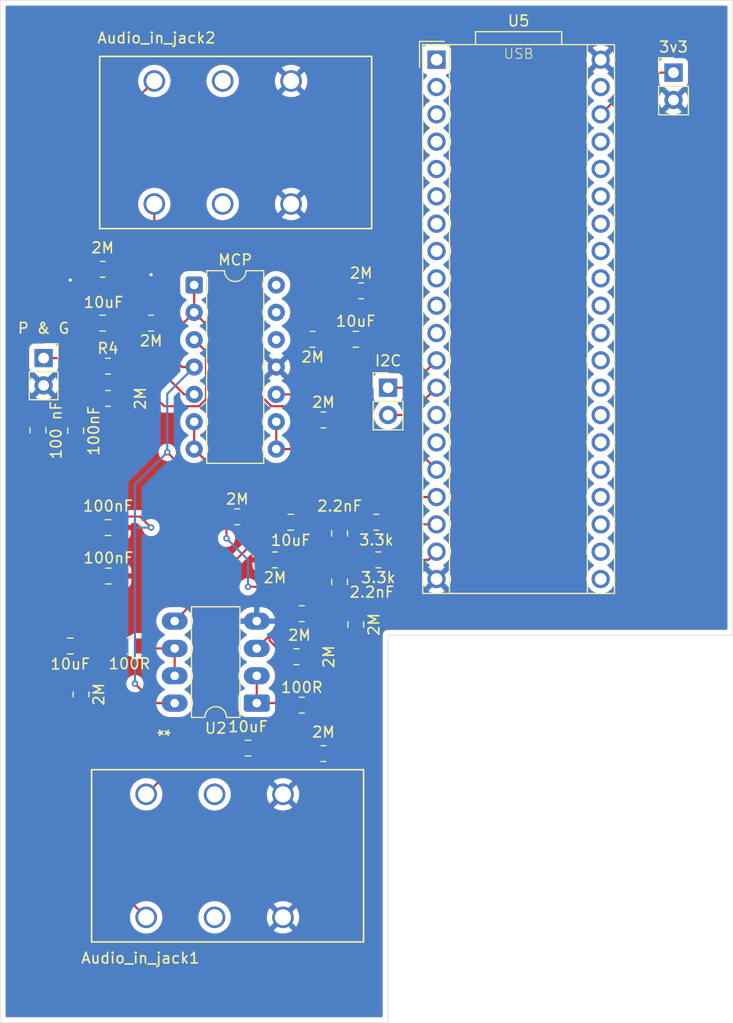
<source format=kicad_pcb>
(kicad_pcb (version 20241229) (generator "pcbnew") (generator_version "9.0")
  (layers (0 "F.Cu" signal) (2 "B.Cu" signal) (13 "F.Paste" user) (15 "B.Paste" user) (5 "F.SilkS" user "F.Silkscreen") (7 "B.SilkS" user "B.Silkscreen") (1 "F.Mask" user) (3 "B.Mask" user) (25 "Edge.Cuts" user))
  (net 0 "")
  (net 1 "/R_audio")
  (net 2 "/L_audio")
  (net 3 "Net-(U2A-+)")
  (net 4 "Net-(I2C_Output_Pins1-Pin_1)")
  (net 5 "Net-(I2C_Output_Pins1-Pin_2)")
  (net 6 "GND")
  (net 7 "/Input PreAmp/V_AUDIOBIAS")
  (net 8 "+5V")
  (net 9 "Net-(U1A-+)")
  (net 10 "/Input PreAmp/Audio_in_daisy_left")
  (net 11 "/Input PreAmp/Audio_in_daisy_right")
  (net 23 "/Output Amp/Audio_out_daisy_right")
  (net 31 "Net-(J2-Pin_1)")
  (net 34 "/Output Amp/Audio_out_daisy_left")
  (net 35 "/Output Amp/Audio_out_jack_right")
  (net 38 "/Output Amp/Audio_out_jack_left")
  (net 41 "Net-(U1C-+)")
  (net 42 "Net-(U1B-+)")
  (net 43 "Net-(C10-Pad1)")
  (net 44 "Net-(C4-Pad1)")
  (net 45 "Net-(U2B-+)")
  (net 46 "Net-(C7-Pad1)")
  (net 47 "Net-(C8-Pad1)")
  (net 48 "Net-(U2B--)")
  (net 49 "Net-(U2A--)")
  (footprint "Capacitor_SMD:C_0805_2012Metric" (layer "F.Cu") (at 71 54)
    (property "Reference" "10uF" (at 0.09 -1.93 0) (layer "F.SilkS"))
    (property "Value" "2M")
    (fp_line (start -0.261252 -0.735) (end 0.261252 -0.735) (stroke (width 0.12)) (layer "F.SilkS"))
    (fp_line (start -0.261252 0.735) (end 0.261252 0.735) (stroke (width 0.12)) (layer "F.SilkS"))
    (pad "1" smd roundrect (at -0.95 0) (size 1 1.45) (layers "F.Cu" "F.Mask" "F.Paste") (net 2 "/L_audio"))
    (pad "2" smd roundrect (at 0.95 0) (size 1 1.45) (layers "F.Cu" "F.Mask" "F.Paste") (net 42 "Net-(U1B-+)"))
  )
  (footprint "Package_DIP:DIP-14_W7.62mm" (layer "F.Cu") (at 79.5 50.46)
    (property "Reference" "MCP" (at 3.81 -2.33 0) (layer "F.SilkS"))
    (property "Value" "MCP6004")
    (fp_line (start 1.16 -1.33) (end 1.16 16.57) (stroke (width 0.12)) (layer "F.SilkS"))
    (fp_line (start 1.16 16.57) (end 6.46 16.57) (stroke (width 0.12)) (layer "F.SilkS"))
    (fp_line (start 2.81 -1.33) (end 1.16 -1.33) (stroke (width 0.12)) (layer "F.SilkS"))
    (fp_line (start 6.46 -1.33) (end 4.81 -1.33) (stroke (width 0.12)) (layer "F.SilkS"))
    (fp_line (start 6.46 16.57) (end 6.46 -1.33) (stroke (width 0.12)) (layer "F.SilkS"))
    (fp_arc (start 4.81 -1.33) (mid 3.81 -0.33) (end 2.81 -1.33) (stroke (width 0.12)) (layer "F.SilkS"))
    (pad "1" thru_hole roundrect (at 0 0) (size 1.6 1.6) (drill 0.8) (layers "*.Cu" "*.Mask") (roundrect_rratio 0.15625) (net 7 "/Input PreAmp/V_AUDIOBIAS"))
    (pad "2" thru_hole circle (at 0 2.54) (size 1.6 1.6) (drill 0.8) (layers "*.Cu" "*.Mask") (net 7 "/Input PreAmp/V_AUDIOBIAS"))
    (pad "3" thru_hole circle (at 0 5.08) (size 1.6 1.6) (drill 0.8) (layers "*.Cu" "*.Mask") (net 9 "Net-(U1A-+)"))
    (pad "4" thru_hole circle (at 0 7.62) (size 1.6 1.6) (drill 0.8) (layers "*.Cu" "*.Mask") (net 8 "+5V"))
    (pad "5" thru_hole circle (at 0 10.16) (size 1.6 1.6) (drill 0.8) (layers "*.Cu" "*.Mask") (net 42 "Net-(U1B-+)"))
    (pad "6" thru_hole circle (at 0 12.7) (size 1.6 1.6) (drill 0.8) (layers "*.Cu" "*.Mask") (net 10 "/Input PreAmp/Audio_in_daisy_left"))
    (pad "7" thru_hole circle (at 0 15.24) (size 1.6 1.6) (drill 0.8) (layers "*.Cu" "*.Mask") (net 10 "/Input PreAmp/Audio_in_daisy_left"))
    (pad "8" thru_hole circle (at 7.62 15.24) (size 1.6 1.6) (drill 0.8) (layers "*.Cu" "*.Mask") (net 11 "/Input PreAmp/Audio_in_daisy_right"))
    (pad "9" thru_hole circle (at 7.62 12.7) (size 1.6 1.6) (drill 0.8) (layers "*.Cu" "*.Mask") (net 11 "/Input PreAmp/Audio_in_daisy_right"))
    (pad "10" thru_hole circle (at 7.62 10.16) (size 1.6 1.6) (drill 0.8) (layers "*.Cu" "*.Mask") (net 41 "Net-(U1C-+)"))
    (pad "11" thru_hole circle (at 7.62 7.62) (size 1.6 1.6) (drill 0.8) (layers "*.Cu" "*.Mask") (net 6 "GND"))
    (pad "12" thru_hole circle (at 7.62 5.08) (size 1.6 1.6) (drill 0.8) (layers "*.Cu" "*.Mask"))
    (pad "13" thru_hole circle (at 7.62 2.54) (size 1.6 1.6) (drill 0.8) (layers "*.Cu" "*.Mask"))
    (pad "14" thru_hole circle (at 7.62 0) (size 1.6 1.6) (drill 0.8) (layers "*.Cu" "*.Mask"))
  )
  (footprint "Connector_PinHeader_2.54mm:PinHeader_1x02_P2.54mm_Vertical" (layer "F.Cu") (at 124 30.725)
    (property "Reference" "3v3" (at 0 -2.38 0) (layer "F.SilkS"))
    (property "Value" "Conn_01x02_Pin")
    (fp_line (start -1.38 -1.38) (end 0 -1.38) (stroke (width 0.12)) (layer "F.SilkS"))
    (fp_line (start -1.38 0) (end -1.38 -1.38) (stroke (width 0.12)) (layer "F.SilkS"))
    (fp_line (start -1.38 1.27) (end -1.38 3.92) (stroke (width 0.12)) (layer "F.SilkS"))
    (fp_line (start -1.38 1.27) (end 1.38 1.27) (stroke (width 0.12)) (layer "F.SilkS"))
    (fp_line (start -1.38 3.92) (end 1.38 3.92) (stroke (width 0.12)) (layer "F.SilkS"))
    (fp_line (start 1.38 1.27) (end 1.38 3.92) (stroke (width 0.12)) (layer "F.SilkS"))
    (pad "1" thru_hole rect (at 0 0) (size 1.7 1.7) (drill 1) (layers "*.Cu" "*.Mask") (net 31 "Net-(J2-Pin_1)"))
    (pad "2" thru_hole circle (at 0 2.54) (size 1.7 1.7) (drill 1) (layers "*.Cu" "*.Mask") (net 6 "GND"))
  )
  (footprint "Capacitor_SMD:C_0805_2012Metric" (layer "F.Cu") (at 65 63.95 -90)
    (property "Reference" "100 nF" (at 0 -1.68 90) (layer "F.SilkS"))
    (property "Value" "100NF")
    (fp_line (start -0.261252 0.735) (end 0.261252 0.735) (stroke (width 0.12)) (layer "F.SilkS"))
    (fp_line (start -0.261252 -0.735) (end 0.261252 -0.735) (stroke (width 0.12)) (layer "F.SilkS"))
    (pad "1" smd roundrect (at -0.95 0 270) (size 1 1.45) (layers "F.Cu" "F.Mask" "F.Paste") (net 8 "+5V"))
    (pad "2" smd roundrect (at 0.95 0 270) (size 1 1.45) (layers "F.Cu" "F.Mask" "F.Paste") (net 6 "GND"))
  )
  (footprint "Capacitor_SMD:C_0805_2012Metric_Pad1.18x1.45mm_HandSolder" (layer "F.Cu") (at 71.5 73)
    (property "Reference" "100nF" (at 0 -2 0) (layer "F.SilkS"))
    (property "Value" "100NF")
    (fp_line (start -0.261252 -0.735) (end 0.261252 -0.735) (stroke (width 0.12)) (layer "F.SilkS"))
    (fp_line (start -0.261252 0.735) (end 0.261252 0.735) (stroke (width 0.12)) (layer "F.SilkS"))
    (pad "1" smd roundrect (at -1.0375 0) (size 1.175 1.45) (layers "F.Cu" "F.Mask" "F.Paste") (roundrect_rratio 0.212766) (net 8 "+5V"))
    (pad "2" smd roundrect (at 1.0375 0) (size 1.175 1.45) (layers "F.Cu" "F.Mask" "F.Paste") (roundrect_rratio 0.212766) (net 6 "GND"))
  )
  (footprint "Resistor_SMD:R_0805_2012Metric_Pad1.20x1.40mm_HandSolder" (layer "F.Cu") (at 91.5 94)
    (property "Reference" "2M" (at 0 -2 0) (layer "F.SilkS"))
    (property "Value" "2M")
    (fp_line (start -0.227064 -0.735) (end 0.227064 -0.735) (stroke (width 0.12)) (layer "F.SilkS"))
    (fp_line (start -0.227064 0.735) (end 0.227064 0.735) (stroke (width 0.12)) (layer "F.SilkS"))
    (pad "1" smd roundrect (at -1 0) (size 1.2 1.4) (layers "F.Cu" "F.Mask" "F.Paste") (roundrect_rratio 0.208333) (net 35 "/Output Amp/Audio_out_jack_right"))
    (pad "2" smd roundrect (at 1 0) (size 1.2 1.4) (layers "F.Cu" "F.Mask" "F.Paste") (roundrect_rratio 0.208333) (net 6 "GND"))
  )
  (footprint "Resistor_SMD:R_0805_2012Metric_Pad1.20x1.40mm_HandSolder" (layer "F.Cu") (at 71.5 58)
    (property "Reference" "R4" (at 0 -1.65 0) (layer "F.SilkS"))
    (property "Value" "2M")
    (fp_line (start -0.227064 -0.735) (end 0.227064 -0.735) (stroke (width 0.12)) (layer "F.SilkS"))
    (fp_line (start -0.227064 0.735) (end 0.227064 0.735) (stroke (width 0.12)) (layer "F.SilkS"))
    (pad "1" smd roundrect (at -1 0) (size 1.2 1.4) (layers "F.Cu" "F.Mask" "F.Paste") (roundrect_rratio 0.208333) (net 8 "+5V"))
    (pad "2" smd roundrect (at 1 0) (size 1.2 1.4) (layers "F.Cu" "F.Mask" "F.Paste") (roundrect_rratio 0.208333) (net 9 "Net-(U1A-+)"))
  )
  (footprint "Resistor_SMD:R_0805_2012Metric_Pad1.20x1.40mm_HandSolder" (layer "F.Cu") (at 75.5 54 180)
    (property "Reference" "2M" (at 0 -1.65 0) (layer "F.SilkS"))
    (property "Value" "2M")
    (fp_line (start -0.227064 0.735) (end 0.227064 0.735) (stroke (width 0.12)) (layer "F.SilkS"))
    (fp_line (start -0.227064 -0.735) (end 0.227064 -0.735) (stroke (width 0.12)) (layer "F.SilkS"))
    (pad "1" smd roundrect (at -1 0 180) (size 1.2 1.4) (layers "F.Cu" "F.Mask" "F.Paste") (roundrect_rratio 0.208333) (net 7 "/Input PreAmp/V_AUDIOBIAS"))
    (pad "2" smd roundrect (at 1 0 180) (size 1.2 1.4) (layers "F.Cu" "F.Mask" "F.Paste") (roundrect_rratio 0.208333) (net 42 "Net-(U1B-+)"))
  )
  (footprint "Resistor_SMD:R_0805_2012Metric_Pad1.20x1.40mm_HandSolder" (layer "F.Cu") (at 89 85)
    (property "Reference" "2M" (at 3 0 270) (layer "F.SilkS"))
    (property "Value" "2M")
    (fp_line (start -0.227064 -0.735) (end 0.227064 -0.735) (stroke (width 0.12)) (layer "F.SilkS"))
    (fp_line (start -0.227064 0.735) (end 0.227064 0.735) (stroke (width 0.12)) (layer "F.SilkS"))
    (pad "1" smd roundrect (at -1 0) (size 1.2 1.4) (layers "F.Cu" "F.Mask" "F.Paste") (roundrect_rratio 0.208333) (net 3 "Net-(U2A-+)"))
    (pad "2" smd roundrect (at 1 0) (size 1.2 1.4) (layers "F.Cu" "F.Mask" "F.Paste") (roundrect_rratio 0.208333) (net 6 "GND"))
  )
  (footprint "Resistor_SMD:R_0805_2012Metric" (layer "F.Cu") (at 96.5875 76 180)
    (property "Reference" "3.3k" (at 0 -1.65 0) (layer "F.SilkS"))
    (property "Value" "3.3K")
    (fp_line (start -0.227064 0.735) (end 0.227064 0.735) (stroke (width 0.12)) (layer "F.SilkS"))
    (fp_line (start -0.227064 -0.735) (end 0.227064 -0.735) (stroke (width 0.12)) (layer "F.SilkS"))
    (pad "1" smd roundrect (at -0.9125 0 180) (size 1.025 1.4) (layers "F.Cu" "F.Mask" "F.Paste") (roundrect_rratio 0.243902) (net 23 "/Output Amp/Audio_out_daisy_right"))
    (pad "2" smd roundrect (at 0.9125 0 180) (size 1.025 1.4) (layers "F.Cu" "F.Mask" "F.Paste") (roundrect_rratio 0.243902) (net 43 "Net-(C10-Pad1)"))
  )
  (footprint "audiojack:CONN06_JACK_ACJS_15P75X25_AMP" (layer "F.Cu") (at 75.8 31.5 -90)
    (property "Reference" "Audio_in_jack2" (at -4 -0.2 0) (layer "F.SilkS"))
    (property "Value" "ACJS-MHOM")
    (fp_line (start -2.286 5.0673) (end 13.716 5.0673) (stroke (width 0.1524)) (layer "F.SilkS"))
    (fp_line (start 13.716 5.0673) (end 13.716 -20.1803) (stroke (width 0.1524)) (layer "F.SilkS"))
    (fp_line (start -2.286 -20.1803) (end -2.286 5.0673) (stroke (width 0.1524)) (layer "F.SilkS"))
    (fp_line (start 13.716 -20.1803) (end -2.286 -20.1803) (stroke (width 0.1524)) (layer "F.SilkS"))
    (pad "1" thru_hole circle (at 0 0 270) (size 2.0066 2.0066) (drill 1.4986) (layers "*.Cu" "*.Mask") (net 2 "/L_audio"))
    (pad "2" thru_hole circle (at 11.43 0 270) (size 2.0066 2.0066) (drill 1.4986) (layers "*.Cu" "*.Mask") (net 1 "/R_audio"))
    (pad "3" thru_hole circle (at 0 -6.35 270) (size 2.0066 2.0066) (drill 1.4986) (layers "*.Cu" "*.Mask"))
    (pad "4" thru_hole circle (at 11.43 -6.35 270) (size 2.0066 2.0066) (drill 1.4986) (layers "*.Cu" "*.Mask"))
    (pad "5" thru_hole circle (at 0 -12.7 270) (size 2.0066 2.0066) (drill 1.4986) (layers "*.Cu" "*.Mask") (net 6 "GND"))
    (pad "6" thru_hole circle (at 11.43 -12.7 270) (size 2.0066 2.0066) (drill 1.4986) (layers "*.Cu" "*.Mask") (net 6 "GND"))
  )
  (footprint "Capacitor_SMD:C_0805_2012Metric" (layer "F.Cu") (at 93 78.05 -90)
    (property "Reference" "2.2nF" (at 0.95 -3 180) (layer "F.SilkS"))
    (property "Value" "2.2NF")
    (fp_line (start -0.261252 0.735) (end 0.261252 0.735) (stroke (width 0.12)) (layer "F.SilkS"))
    (fp_line (start -0.261252 -0.735) (end 0.261252 -0.735) (stroke (width 0.12)) (layer "F.SilkS"))
    (pad "1" smd roundrect (at -0.95 0 270) (size 1 1.45) (layers "F.Cu" "F.Mask" "F.Paste") (net 43 "Net-(C10-Pad1)"))
    (pad "2" smd roundrect (at 0.95 0 270) (size 1 1.45) (layers "F.Cu" "F.Mask" "F.Paste") (net 6 "GND"))
  )
  (footprint "Resistor_SMD:R_0805_2012Metric_Pad1.20x1.40mm_HandSolder" (layer "F.Cu") (at 71.5 61)
    (property "Reference" "2M" (at 3 0 90) (layer "F.SilkS"))
    (property "Value" "2M")
    (fp_line (start -0.227064 -0.735) (end 0.227064 -0.735) (stroke (width 0.12)) (layer "F.SilkS"))
    (fp_line (start -0.227064 0.735) (end 0.227064 0.735) (stroke (width 0.12)) (layer "F.SilkS"))
    (pad "1" smd roundrect (at -1 0) (size 1.2 1.4) (layers "F.Cu" "F.Mask" "F.Paste") (roundrect_rratio 0.208333) (net 6 "GND"))
    (pad "2" smd roundrect (at 1 0) (size 1.2 1.4) (layers "F.Cu" "F.Mask" "F.Paste") (roundrect_rratio 0.208333) (net 9 "Net-(U1A-+)"))
  )
  (footprint "Package_DIP:DIP-8_W7.62mm_LongPads" (layer "F.Cu") (at 85.31 89.31 180)
    (property "Reference" "U2" (at 3.81 -2.33 0) (layer "F.SilkS"))
    (property "Value" "OPA2134")
    (fp_line (start 6.06 8.95) (end 6.06 -1.33) (stroke (width 0.12)) (layer "F.SilkS"))
    (fp_line (start 6.06 -1.33) (end 4.81 -1.33) (stroke (width 0.12)) (layer "F.SilkS"))
    (fp_line (start 2.81 -1.33) (end 1.56 -1.33) (stroke (width 0.12)) (layer "F.SilkS"))
    (fp_line (start 1.56 8.95) (end 6.06 8.95) (stroke (width 0.12)) (layer "F.SilkS"))
    (fp_line (start 1.56 -1.33) (end 1.56 8.95) (stroke (width 0.12)) (layer "F.SilkS"))
    (fp_arc (start 4.81 -1.33) (mid 3.81 -0.33) (end 2.81 -1.33) (stroke (width 0.12)) (layer "F.SilkS"))
    (pad "1" thru_hole roundrect (at 0 0 180) (size 2.4 1.6) (drill 0.8) (layers "*.Cu" "*.Mask") (roundrect_rratio 0.15625) (net 49 "Net-(U2A--)"))
    (pad "2" thru_hole oval (at 0 2.54 180) (size 2.4 1.6) (drill 0.8) (layers "*.Cu" "*.Mask") (net 49 "Net-(U2A--)"))
    (pad "3" thru_hole oval (at 0 5.08 180) (size 2.4 1.6) (drill 0.8) (layers "*.Cu" "*.Mask") (net 3 "Net-(U2A-+)"))
    (pad "4" thru_hole oval (at 0 7.62 180) (size 2.4 1.6) (drill 0.8) (layers "*.Cu" "*.Mask") (net 6 "GND"))
    (pad "5" thru_hole oval (at 7.62 7.62 180) (size 2.4 1.6) (drill 0.8) (layers "*.Cu" "*.Mask") (net 45 "Net-(U2B-+)"))
    (pad "6" thru_hole oval (at 7.62 5.08 180) (size 2.4 1.6) (drill 0.8) (layers "*.Cu" "*.Mask") (net 48 "Net-(U2B--)"))
    (pad "7" thru_hole oval (at 7.62 2.54 180) (size 2.4 1.6) (drill 0.8) (layers "*.Cu" "*.Mask") (net 48 "Net-(U2B--)"))
    (pad "8" thru_hole oval (at 7.62 0 180) (size 2.4 1.6) (drill 0.8) (layers "*.Cu" "*.Mask") (net 8 "+5V"))
  )
  (footprint "Capacitor_SMD:C_0805_2012Metric" (layer "F.Cu") (at 94.5 55.5)
    (property "Reference" "10uF" (at 0 -1.68 0) (layer "F.SilkS"))
    (property "Value" "10UF")
    (fp_line (start -0.261252 -0.735) (end 0.261252 -0.735) (stroke (width 0.12)) (layer "F.SilkS"))
    (fp_line (start -0.261252 0.735) (end 0.261252 0.735) (stroke (width 0.12)) (layer "F.SilkS"))
    (pad "1" smd roundrect (at -0.95 0) (size 1 1.45) (layers "F.Cu" "F.Mask" "F.Paste") (net 1 "/R_audio"))
    (pad "2" smd roundrect (at 0.95 0) (size 1 1.45) (layers "F.Cu" "F.Mask" "F.Paste") (net 41 "Net-(U1C-+)"))
  )
  (footprint "Capacitor_SMD:C_0805_2012Metric" (layer "F.Cu") (at 68.5 64 -90)
    (property "Reference" "100nF" (at 0 -1.68 90) (layer "F.SilkS"))
    (property "Value" "100NF")
    (fp_line (start -0.261252 0.735) (end 0.261252 0.735) (stroke (width 0.12)) (layer "F.SilkS"))
    (fp_line (start -0.261252 -0.735) (end 0.261252 -0.735) (stroke (width 0.12)) (layer "F.SilkS"))
    (pad "1" smd roundrect (at -0.95 0 270) (size 1 1.45) (layers "F.Cu" "F.Mask" "F.Paste") (net 8 "+5V"))
    (pad "2" smd roundrect (at 0.95 0 270) (size 1 1.45) (layers "F.Cu" "F.Mask" "F.Paste") (net 6 "GND"))
  )
  (footprint "Capacitor_SMD:C_0805_2012Metric_Pad1.18x1.45mm_HandSolder" (layer "F.Cu") (at 84.5 93.5 180)
    (property "Reference" "10uF" (at 0 2 0) (layer "F.SilkS"))
    (property "Value" "10UF")
    (fp_line (start -0.261252 0.735) (end 0.261252 0.735) (stroke (width 0.12)) (layer "F.SilkS"))
    (fp_line (start -0.261252 -0.735) (end 0.261252 -0.735) (stroke (width 0.12)) (layer "F.SilkS"))
    (pad "1" smd roundrect (at -1.0375 0 180) (size 1.175 1.45) (layers "F.Cu" "F.Mask" "F.Paste") (roundrect_rratio 0.212766) (net 47 "Net-(C8-Pad1)"))
    (pad "2" smd roundrect (at 1.0375 0 180) (size 1.175 1.45) (layers "F.Cu" "F.Mask" "F.Paste") (roundrect_rratio 0.212766) (net 35 "/Output Amp/Audio_out_jack_right"))
  )
  (footprint "Resistor_SMD:R_0805_2012Metric_Pad1.20x1.40mm_HandSolder" (layer "F.Cu") (at 69 88.5 -90)
    (property "Reference" "2M" (at 0 -1.65 90) (layer "F.SilkS"))
    (property "Value" "2M")
    (fp_line (start -0.227064 0.735) (end 0.227064 0.735) (stroke (width 0.12)) (layer "F.SilkS"))
    (fp_line (start -0.227064 -0.735) (end 0.227064 -0.735) (stroke (width 0.12)) (layer "F.SilkS"))
    (pad "1" smd roundrect (at -1 0 270) (size 1.2 1.4) (layers "F.Cu" "F.Mask" "F.Paste") (roundrect_rratio 0.208333) (net 38 "/Output Amp/Audio_out_jack_left"))
    (pad "2" smd roundrect (at 1 0 270) (size 1.2 1.4) (layers "F.Cu" "F.Mask" "F.Paste") (roundrect_rratio 0.208333) (net 6 "GND"))
  )
  (footprint "Resistor_SMD:R_0805_2012Metric" (layer "F.Cu") (at 90.5 55.5 180)
    (property "Reference" "2M" (at 0 -1.65 0) (layer "F.SilkS"))
    (property "Value" "2M")
    (fp_line (start -0.227064 0.735) (end 0.227064 0.735) (stroke (width 0.12)) (layer "F.SilkS"))
    (fp_line (start -0.227064 -0.735) (end 0.227064 -0.735) (stroke (width 0.12)) (layer "F.SilkS"))
    (pad "1" smd roundrect (at -0.9125 0 180) (size 1.025 1.4) (layers "F.Cu" "F.Mask" "F.Paste") (roundrect_rratio 0.243902) (net 1 "/R_audio"))
    (pad "2" smd roundrect (at 0.9125 0 180) (size 1.025 1.4) (layers "F.Cu" "F.Mask" "F.Paste") (roundrect_rratio 0.243902) (net 6 "GND"))
  )
  (footprint "Resistor_SMD:R_0805_2012Metric_Pad1.20x1.40mm_HandSolder" (layer "F.Cu") (at 73.5 84 180)
    (property "Reference" "100R" (at 0 -1.65 0) (layer "F.SilkS"))
    (property "Value" "100R")
    (fp_line (start -0.227064 0.735) (end 0.227064 0.735) (stroke (width 0.12)) (layer "F.SilkS"))
    (fp_line (start -0.227064 -0.735) (end 0.227064 -0.735) (stroke (width 0.12)) (layer "F.SilkS"))
    (pad "1" smd roundrect (at -1 0 180) (size 1.2 1.4) (layers "F.Cu" "F.Mask" "F.Paste") (roundrect_rratio 0.208333) (net 48 "Net-(U2B--)"))
    (pad "2" smd roundrect (at 1 0 180) (size 1.2 1.4) (layers "F.Cu" "F.Mask" "F.Paste") (roundrect_rratio 0.208333) (net 46 "Net-(C7-Pad1)"))
  )
  (footprint "audiojack:CONN06_JACK_ACJS_15P75X25_AMP" (layer "F.Cu") (at 75.0456 97.785 -90)
    (property "Reference" "Audio_in_jack1" (at 15.215 0.5456 0) (layer "F.SilkS"))
    (property "Value" "ACJS-MHOM")
    (fp_line (start -2.286 5.0673) (end 13.716 5.0673) (stroke (width 0.1524)) (layer "F.SilkS"))
    (fp_line (start 13.716 5.0673) (end 13.716 -20.1803) (stroke (width 0.1524)) (layer "F.SilkS"))
    (fp_line (start -2.286 -20.1803) (end -2.286 5.0673) (stroke (width 0.1524)) (layer "F.SilkS"))
    (fp_line (start 13.716 -20.1803) (end -2.286 -20.1803) (stroke (width 0.1524)) (layer "F.SilkS"))
    (fp_text user "*" (at -5.715 -1.651 90) (layer "F.SilkS"))
    (fp_text user "*" (at -5.715 -1.651 270) (layer "F.SilkS"))
    (pad "1" thru_hole circle (at 0 0 270) (size 2.0066 2.0066) (drill 1.4986) (layers "*.Cu" "*.Mask") (net 35 "/Output Amp/Audio_out_jack_right"))
    (pad "2" thru_hole circle (at 11.43 0 270) (size 2.0066 2.0066) (drill 1.4986) (layers "*.Cu" "*.Mask") (net 38 "/Output Amp/Audio_out_jack_left"))
    (pad "3" thru_hole circle (at 0 -6.35 270) (size 2.0066 2.0066) (drill 1.4986) (layers "*.Cu" "*.Mask"))
    (pad "4" thru_hole circle (at 11.43 -6.35 270) (size 2.0066 2.0066) (drill 1.4986) (layers "*.Cu" "*.Mask"))
    (pad "5" thru_hole circle (at 0 -12.7 270) (size 2.0066 2.0066) (drill 1.4986) (layers "*.Cu" "*.Mask") (net 6 "GND"))
    (pad "6" thru_hole circle (at 11.43 -12.7 270) (size 2.0066 2.0066) (drill 1.4986) (layers "*.Cu" "*.Mask") (net 6 "GND"))
  )
  (footprint "Capacitor_SMD:C_0805_2012Metric_Pad1.18x1.45mm_HandSolder" (layer "F.Cu") (at 68 84 180)
    (property "Reference" "10uF" (at 0 -1.68 0) (layer "F.SilkS"))
    (property "Value" "10UF")
    (fp_line (start -0.261252 0.735) (end 0.261252 0.735) (stroke (width 0.12)) (layer "F.SilkS"))
    (fp_line (start -0.261252 -0.735) (end 0.261252 -0.735) (stroke (width 0.12)) (layer "F.SilkS"))
    (pad "1" smd roundrect (at -1.0375 0 180) (size 1.175 1.45) (layers "F.Cu" "F.Mask" "F.Paste") (roundrect_rratio 0.212766) (net 46 "Net-(C7-Pad1)"))
    (pad "2" smd roundrect (at 1.0375 0 180) (size 1.175 1.45) (layers "F.Cu" "F.Mask" "F.Paste") (roundrect_rratio 0.212766) (net 38 "/Output Amp/Audio_out_jack_left"))
  )
  (footprint "Resistor_SMD:R_0805_2012Metric_Pad1.20x1.40mm_HandSolder" (layer "F.Cu") (at 89.5 89.5)
    (property "Reference" "100R" (at 0 -1.65 0) (layer "F.SilkS"))
    (property "Value" "100R")
    (fp_line (start -0.227064 -0.735) (end 0.227064 -0.735) (stroke (width 0.12)) (layer "F.SilkS"))
    (fp_line (start -0.227064 0.735) (end 0.227064 0.735) (stroke (width 0.12)) (layer "F.SilkS"))
    (pad "1" smd roundrect (at -1 0) (size 1.2 1.4) (layers "F.Cu" "F.Mask" "F.Paste") (roundrect_rratio 0.208333) (net 49 "Net-(U2A--)"))
    (pad "2" smd roundrect (at 1 0) (size 1.2 1.4) (layers "F.Cu" "F.Mask" "F.Paste") (roundrect_rratio 0.208333) (net 47 "Net-(C8-Pad1)"))
  )
  (footprint "Resistor_SMD:R_0805_2012Metric_Pad1.20x1.40mm_HandSolder" (layer "F.Cu") (at 87 76 180)
    (property "Reference" "2M" (at 0 -1.65 0) (layer "F.SilkS"))
    (property "Value" "2M")
    (fp_line (start -0.227064 0.735) (end 0.227064 0.735) (stroke (width 0.12)) (layer "F.SilkS"))
    (fp_line (start -0.227064 -0.735) (end 0.227064 -0.735) (stroke (width 0.12)) (layer "F.SilkS"))
    (pad "1" smd roundrect (at -1 0 180) (size 1.2 1.4) (layers "F.Cu" "F.Mask" "F.Paste") (roundrect_rratio 0.208333) (net 45 "Net-(U2B-+)"))
    (pad "2" smd roundrect (at 1 0 180) (size 1.2 1.4) (layers "F.Cu" "F.Mask" "F.Paste") (roundrect_rratio 0.208333) (net 6 "GND"))
  )
  (footprint "Resistor_SMD:R_0805_2012Metric" (layer "F.Cu") (at 96.4125 72.5 180)
    (property "Reference" "3.3k" (at 0 -1.65 0) (layer "F.SilkS"))
    (property "Value" "3.3K")
    (fp_line (start -0.227064 0.735) (end 0.227064 0.735) (stroke (width 0.12)) (layer "F.SilkS"))
    (fp_line (start -0.227064 -0.735) (end 0.227064 -0.735) (stroke (width 0.12)) (layer "F.SilkS"))
    (pad "1" smd roundrect (at -0.9125 0 180) (size 1.025 1.4) (layers "F.Cu" "F.Mask" "F.Paste") (roundrect_rratio 0.243902) (net 34 "/Output Amp/Audio_out_daisy_left"))
    (pad "2" smd roundrect (at 0.9125 0 180) (size 1.025 1.4) (layers "F.Cu" "F.Mask" "F.Paste") (roundrect_rratio 0.243902) (net 44 "Net-(C4-Pad1)"))
  )
  (footprint "Resistor_SMD:R_0805_2012Metric_Pad1.20x1.40mm_HandSolder" (layer "F.Cu") (at 71 49 180)
    (property "Reference" "2M" (at 0 2 0) (layer "F.SilkS"))
    (property "Value" "2M")
    (fp_line (start -0.227064 0.735) (end 0.227064 0.735) (stroke (width 0.12)) (layer "F.SilkS"))
    (fp_line (start -0.227064 -0.735) (end 0.227064 -0.735) (stroke (width 0.12)) (layer "F.SilkS"))
    (pad "1" smd roundrect (at -1 0 180) (size 1.2 1.4) (layers "F.Cu" "F.Mask" "F.Paste") (roundrect_rratio 0.208333) (net 2 "/L_audio"))
    (pad "2" smd roundrect (at 1 0 180) (size 1.2 1.4) (layers "F.Cu" "F.Mask" "F.Paste") (roundrect_rratio 0.208333) (net 6 "GND"))
  )
  (footprint "Daisy-Boards:DAISY_SEED" (layer "F.Cu") (at 102 29.52)
    (property "Reference" "U5" (at 7.62 -3.6 0) (layer "F.SilkS"))
    (property "Value" "Daisy_Seed")
    (fp_line (start -1.58 -1.7) (end -1.58 0.7) (stroke (width 0.12)) (layer "F.SilkS"))
    (fp_line (start -1.28 -1.4) (end 16.52 -1.4) (stroke (width 0.12)) (layer "F.SilkS"))
    (fp_line (start -1.28 49.6) (end -1.28 -1.4) (stroke (width 0.12)) (layer "F.SilkS"))
    (fp_line (start 0.72 -1.7) (end -1.58 -1.7) (stroke (width 0.12)) (layer "F.SilkS"))
    (fp_line (start 1.2 -1.4) (end 1.2 49.6) (stroke (width 0.12)) (layer "F.SilkS"))
    (fp_line (start 3.62 -2.6) (end 11.62 -2.6) (stroke (width 0.12)) (layer "F.SilkS"))
    (fp_line (start 3.62 -1.4) (end 3.62 -2.6) (stroke (width 0.12)) (layer "F.SilkS"))
    (fp_line (start 11.62 -2.6) (end 11.62 -1.4) (stroke (width 0.12)) (layer "F.SilkS"))
    (fp_line (start 14 -1.4) (end 14 49.6) (stroke (width 0.12)) (layer "F.SilkS"))
    (fp_line (start 16.52 -1.4) (end 16.52 49.6) (stroke (width 0.12)) (layer "F.SilkS"))
    (fp_line (start 16.52 49.6) (end -1.28 49.6) (stroke (width 0.12)) (layer "F.SilkS"))
    (fp_text user "USB" (at 7.62 0 0) (layer "F.SilkS") (effects (font (size 0.93472 0.93472) (thickness 0.08128)) (justify bottom)))
    (pad "1" thru_hole rect (at 0 0) (size 1.7 1.7) (drill 1.1) (layers "*.Cu" "*.Mask"))
    (pad "2" thru_hole circle (at 0 2.54) (size 1.7 1.7) (drill 1.1) (layers "*.Cu" "*.Mask"))
    (pad "3" thru_hole circle (at 0 5.08) (size 1.7 1.7) (drill 1.1) (layers "*.Cu" "*.Mask"))
    (pad "4" thru_hole circle (at 0 7.62) (size 1.7 1.7) (drill 1.1) (layers "*.Cu" "*.Mask"))
    (pad "5" thru_hole circle (at 0 10.16) (size 1.7 1.7) (drill 1.1) (layers "*.Cu" "*.Mask"))
    (pad "6" thru_hole circle (at 0 12.7) (size 1.7 1.7) (drill 1.1) (layers "*.Cu" "*.Mask"))
    (pad "7" thru_hole circle (at 0 15.24) (size 1.7 1.7) (drill 1.1) (layers "*.Cu" "*.Mask"))
    (pad "8" thru_hole circle (at 0 17.78) (size 1.7 1.7) (drill 1.1) (layers "*.Cu" "*.Mask"))
    (pad "9" thru_hole circle (at 0 20.32) (size 1.7 1.7) (drill 1.1) (layers "*.Cu" "*.Mask"))
    (pad "10" thru_hole circle (at 0 22.86) (size 1.7 1.7) (drill 1.1) (layers "*.Cu" "*.Mask"))
    (pad "11" thru_hole circle (at 0 25.4) (size 1.7 1.7) (drill 1.1) (layers "*.Cu" "*.Mask"))
    (pad "12" thru_hole circle (at 0 27.94) (size 1.7 1.7) (drill 1.1) (layers "*.Cu" "*.Mask") (net 4 "Net-(I2C_Output_Pins1-Pin_1)"))
    (pad "13" thru_hole circle (at 0 30.48) (size 1.7 1.7) (drill 1.1) (layers "*.Cu" "*.Mask") (net 5 "Net-(I2C_Output_Pins1-Pin_2)"))
    (pad "14" thru_hole circle (at 0 33.02) (size 1.7 1.7) (drill 1.1) (layers "*.Cu" "*.Mask"))
    (pad "15" thru_hole circle (at 0 35.56) (size 1.7 1.7) (drill 1.1) (layers "*.Cu" "*.Mask"))
    (pad "16" thru_hole circle (at 0 38.1) (size 1.7 1.7) (drill 1.1) (layers "*.Cu" "*.Mask") (net 11 "/Input PreAmp/Audio_in_daisy_right"))
    (pad "17" thru_hole circle (at 0 40.64) (size 1.7 1.7) (drill 1.1) (layers "*.Cu" "*.Mask") (net 10 "/Input PreAmp/Audio_in_daisy_left"))
    (pad "18" thru_hole circle (at 0 43.18) (size 1.7 1.7) (drill 1.1) (layers "*.Cu" "*.Mask") (net 34 "/Output Amp/Audio_out_daisy_left"))
    (pad "19" thru_hole circle (at 0 45.72) (size 1.7 1.7) (drill 1.1) (layers "*.Cu" "*.Mask") (net 23 "/Output Amp/Audio_out_daisy_right"))
    (pad "20" thru_hole circle (at 0 48.26) (size 1.7 1.7) (drill 1.1) (layers "*.Cu" "*.Mask") (net 6 "GND"))
    (pad "21" thru_hole circle (at 15.24 48.26) (size 1.7 1.7) (drill 1.1) (layers "*.Cu" "*.Mask"))
    (pad "22" thru_hole circle (at 15.24 45.72) (size 1.7 1.7) (drill 1.1) (layers "*.Cu" "*.Mask"))
    (pad "23" thru_hole circle (at 15.24 43.18) (size 1.7 1.7) (drill 1.1) (layers "*.Cu" "*.Mask"))
    (pad "24" thru_hole circle (at 15.24 40.64) (size 1.7 1.7) (drill 1.1) (layers "*.Cu" "*.Mask"))
    (pad "25" thru_hole circle (at 15.24 38.1) (size 1.7 1.7) (drill 1.1) (layers "*.Cu" "*.Mask"))
    (pad "26" thru_hole circle (at 15.24 35.56) (size 1.7 1.7) (drill 1.1) (layers "*.Cu" "*.Mask"))
    (pad "27" thru_hole circle (at 15.24 33.02) (size 1.7 1.7) (drill 1.1) (layers "*.Cu" "*.Mask"))
    (pad "28" thru_hole circle (at 15.24 30.48) (size 1.7 1.7) (drill 1.1) (layers "*.Cu" "*.Mask"))
    (pad "29" thru_hole circle (at 15.24 27.94) (size 1.7 1.7) (drill 1.1) (layers "*.Cu" "*.Mask"))
    (pad "30" thru_hole circle (at 15.24 25.4) (size 1.7 1.7) (drill 1.1) (layers "*.Cu" "*.Mask"))
    (pad "31" thru_hole circle (at 15.24 22.86) (size 1.7 1.7) (drill 1.1) (layers "*.Cu" "*.Mask"))
    (pad "32" thru_hole circle (at 15.24 20.32) (size 1.7 1.7) (drill 1.1) (layers "*.Cu" "*.Mask"))
    (pad "33" thru_hole circle (at 15.24 17.78) (size 1.7 1.7) (drill 1.1) (layers "*.Cu" "*.Mask"))
    (pad "34" thru_hole circle (at 15.24 15.24) (size 1.7 1.7) (drill 1.1) (layers "*.Cu" "*.Mask"))
    (pad "35" thru_hole circle (at 15.24 12.7) (size 1.7 1.7) (drill 1.1) (layers "*.Cu" "*.Mask"))
    (pad "36" thru_hole circle (at 15.24 10.16) (size 1.7 1.7) (drill 1.1) (layers "*.Cu" "*.Mask"))
    (pad "37" thru_hole circle (at 15.24 7.62) (size 1.7 1.7) (drill 1.1) (layers "*.Cu" "*.Mask"))
    (pad "38" thru_hole circle (at 15.24 5.08) (size 1.7 1.7) (drill 1.1) (layers "*.Cu" "*.Mask") (net 31 "Net-(J2-Pin_1)"))
    (pad "39" thru_hole circle (at 15.24 2.54) (size 1.7 1.7) (drill 1.1) (layers "*.Cu" "*.Mask"))
    (pad "40" thru_hole circle (at 15.24 0) (size 1.7 1.7) (drill 1.1) (layers "*.Cu" "*.Mask") (net 6 "GND"))
  )
  (footprint "Connector_PinHeader_2.54mm:PinHeader_1x02_P2.54mm_Vertical" (layer "F.Cu") (at 97.5 60)
    (property "Reference" "I2C" (at 0 -2.5 0) (layer "F.SilkS"))
    (property "Value" "Conn_01x02_Pin" (hide yes))
    (fp_line (start -1.38 -1.38) (end 0 -1.38) (stroke (width 0.12)) (layer "F.SilkS"))
    (fp_line (start -1.38 0) (end -1.38 -1.38) (stroke (width 0.12)) (layer "F.SilkS"))
    (fp_line (start -1.38 1.27) (end -1.38 3.92) (stroke (width 0.12)) (layer "F.SilkS"))
    (fp_line (start -1.38 1.27) (end 1.38 1.27) (stroke (width 0.12)) (layer "F.SilkS"))
    (fp_line (start -1.38 3.92) (end 1.38 3.92) (stroke (width 0.12)) (layer "F.SilkS"))
    (fp_line (start 1.38 1.27) (end 1.38 3.92) (stroke (width 0.12)) (layer "F.SilkS"))
    (pad "1" thru_hole rect (at 0 0) (size 1.7 1.7) (drill 1) (layers "*.Cu" "*.Mask") (net 4 "Net-(I2C_Output_Pins1-Pin_1)"))
    (pad "2" thru_hole circle (at 0 2.54) (size 1.7 1.7) (drill 1) (layers "*.Cu" "*.Mask") (net 5 "Net-(I2C_Output_Pins1-Pin_2)"))
  )
  (footprint "Resistor_SMD:R_0805_2012Metric_Pad1.20x1.40mm_HandSolder" (layer "F.Cu") (at 91.5 63)
    (property "Reference" "2M" (at 0 -1.65 0) (layer "F.SilkS"))
    (property "Value" "2M")
    (fp_line (start -0.227064 -0.735) (end 0.227064 -0.735) (stroke (width 0.12)) (layer "F.SilkS"))
    (fp_line (start -0.227064 0.735) (end 0.227064 0.735) (stroke (width 0.12)) (layer "F.SilkS"))
    (pad "1" smd roundrect (at -1 0) (size 1.2 1.4) (layers "F.Cu" "F.Mask" "F.Paste") (roundrect_rratio 0.208333) (net 7 "/Input PreAmp/V_AUDIOBIAS"))
    (pad "2" smd roundrect (at 1 0) (size 1.2 1.4) (layers "F.Cu" "F.Mask" "F.Paste") (roundrect_rratio 0.208333) (net 41 "Net-(U1C-+)"))
  )
  (footprint "Resistor_SMD:R_0805_2012Metric_Pad1.20x1.40mm_HandSolder" (layer "F.Cu") (at 95 51)
    (property "Reference" "2M" (at 0 -1.65 0) (layer "F.SilkS"))
    (property "Value" "2M")
    (fp_line (start -0.227064 -0.735) (end 0.227064 -0.735) (stroke (width 0.12)) (layer "F.SilkS"))
    (fp_line (start -0.227064 0.735) (end 0.227064 0.735) (stroke (width 0.12)) (layer "F.SilkS"))
    (pad "1" smd roundrect (at -1 0) (size 1.2 1.4) (layers "F.Cu" "F.Mask" "F.Paste") (roundrect_rratio 0.208333) (net 1 "/R_audio"))
    (pad "2" smd roundrect (at 1 0) (size 1.2 1.4) (layers "F.Cu" "F.Mask" "F.Paste") (roundrect_rratio 0.208333) (net 6 "GND"))
  )
  (footprint "Capacitor_SMD:C_0805_2012Metric_Pad1.18x1.45mm_HandSolder" (layer "F.Cu") (at 88.4625 72.5 180)
    (property "Reference" "10uF" (at 0 -1.68 0) (layer "F.SilkS"))
    (property "Value" "10UF")
    (fp_line (start -0.261252 0.735) (end 0.261252 0.735) (stroke (width 0.12)) (layer "F.SilkS"))
    (fp_line (start -0.261252 -0.735) (end 0.261252 -0.735) (stroke (width 0.12)) (layer "F.SilkS"))
    (pad "1" smd roundrect (at -1.0375 0 180) (size 1.175 1.45) (layers "F.Cu" "F.Mask" "F.Paste") (roundrect_rratio 0.212766) (net 44 "Net-(C4-Pad1)"))
    (pad "2" smd roundrect (at 1.0375 0 180) (size 1.175 1.45) (layers "F.Cu" "F.Mask" "F.Paste") (roundrect_rratio 0.212766) (net 45 "Net-(U2B-+)"))
  )
  (footprint "Capacitor_SMD:C_0805_2012Metric_Pad1.18x1.45mm_HandSolder" (layer "F.Cu") (at 94.5 82 -90)
    (property "Reference" "2M" (at 0 -1.68 90) (layer "F.SilkS"))
    (property "Value" "10UF")
    (fp_line (start -0.261252 0.735) (end 0.261252 0.735) (stroke (width 0.12)) (layer "F.SilkS"))
    (fp_line (start -0.261252 -0.735) (end 0.261252 -0.735) (stroke (width 0.12)) (layer "F.SilkS"))
    (pad "1" smd roundrect (at -1.0375 0 270) (size 1.175 1.45) (layers "F.Cu" "F.Mask" "F.Paste") (roundrect_rratio 0.212766) (net 43 "Net-(C10-Pad1)"))
    (pad "2" smd roundrect (at 1.0375 0 270) (size 1.175 1.45) (layers "F.Cu" "F.Mask" "F.Paste") (roundrect_rratio 0.212766) (net 3 "Net-(U2A-+)"))
  )
  (footprint "Capacitor_SMD:C_0805_2012Metric_Pad1.18x1.45mm_HandSolder" (layer "F.Cu") (at 71.5375 77.5)
    (property "Reference" "100nF" (at 0 -1.68 0) (layer "F.SilkS"))
    (property "Value" "100NF")
    (fp_line (start -0.261252 -0.735) (end 0.261252 -0.735) (stroke (width 0.12)) (layer "F.SilkS"))
    (fp_line (start -0.261252 0.735) (end 0.261252 0.735) (stroke (width 0.12)) (layer "F.SilkS"))
    (pad "1" smd roundrect (at -1.0375 0) (size 1.175 1.45) (layers "F.Cu" "F.Mask" "F.Paste") (roundrect_rratio 0.212766) (net 8 "+5V"))
    (pad "2" smd roundrect (at 1.0375 0) (size 1.175 1.45) (layers "F.Cu" "F.Mask" "F.Paste") (roundrect_rratio 0.212766) (net 6 "GND"))
  )
  (footprint "Connector_PinSocket_2.54mm:PinSocket_1x02_P2.54mm_Vertical" (layer "F.Cu") (at 65.525 57.25)
    (property "Reference" "P & G" (at 0 -2.77 0) (layer "F.SilkS"))
    (property "Value" "P & G")
    (fp_line (start -1.33 1.27) (end -1.33 3.87) (stroke (width 0.12)) (layer "F.SilkS"))
    (fp_line (start -1.33 1.27) (end 1.33 1.27) (stroke (width 0.12)) (layer "F.SilkS"))
    (fp_line (start -1.33 3.87) (end 1.33 3.87) (stroke (width 0.12)) (layer "F.SilkS"))
    (fp_line (start 0 -1.33) (end 1.33 -1.33) (stroke (width 0.12)) (layer "F.SilkS"))
    (fp_line (start 1.33 -1.33) (end 1.33 0) (stroke (width 0.12)) (layer "F.SilkS"))
    (fp_line (start 1.33 1.27) (end 1.33 3.87) (stroke (width 0.12)) (layer "F.SilkS"))
    (pad "1" thru_hole rect (at 0 0) (size 1.7 1.7) (drill 1) (layers "*.Cu" "*.Mask") (net 8 "+5V"))
    (pad "2" thru_hole circle (at 0 2.54) (size 1.7 1.7) (drill 1) (layers "*.Cu" "*.Mask") (net 6 "GND"))
  )
  (footprint "Resistor_SMD:R_0805_2012Metric_Pad1.20x1.40mm_HandSolder" (layer "F.Cu") (at 83.5 72)
    (property "Reference" "2M" (at 0 -1.65 0) (layer "F.SilkS"))
    (property "Value" "2M")
    (fp_line (start -0.227064 -0.735) (end 0.227064 -0.735) (stroke (width 0.12)) (layer "F.SilkS"))
    (fp_line (start -0.227064 0.735) (end 0.227064 0.735) (stroke (width 0.12)) (layer "F.SilkS"))
    (pad "1" smd roundrect (at -1 0) (size 1.2 1.4) (layers "F.Cu" "F.Mask" "F.Paste") (roundrect_rratio 0.208333) (net 8 "+5V"))
    (pad "2" smd roundrect (at 1 0) (size 1.2 1.4) (layers "F.Cu" "F.Mask" "F.Paste") (roundrect_rratio 0.208333) (net 45 "Net-(U2B-+)"))
  )
  (footprint "Capacitor_SMD:C_0805_2012Metric" (layer "F.Cu") (at 93 73.55 -90)
    (property "Reference" "2.2nF" (at -2.55 0 180) (layer "F.SilkS"))
    (property "Value" "2.2NF")
    (fp_line (start -0.261252 0.735) (end 0.261252 0.735) (stroke (width 0.12)) (layer "F.SilkS"))
    (fp_line (start -0.261252 -0.735) (end 0.261252 -0.735) (stroke (width 0.12)) (layer "F.SilkS"))
    (pad "1" smd roundrect (at -0.95 0 270) (size 1 1.45) (layers "F.Cu" "F.Mask" "F.Paste") (net 44 "Net-(C4-Pad1)"))
    (pad "2" smd roundrect (at 0.95 0 270) (size 1 1.45) (layers "F.Cu" "F.Mask" "F.Paste") (net 6 "GND"))
  )
  (footprint "Resistor_SMD:R_0805_2012Metric_Pad1.20x1.40mm_HandSolder" (layer "F.Cu") (at 89.5 81 180)
    (property "Reference" "2M" (at 0.227064 -2 0) (layer "F.SilkS"))
    (property "Value" "2M")
    (fp_line (start -0.227064 0.735) (end 0.227064 0.735) (stroke (width 0.12)) (layer "F.SilkS"))
    (fp_line (start -0.227064 -0.735) (end 0.227064 -0.735) (stroke (width 0.12)) (layer "F.SilkS"))
    (pad "1" smd roundrect (at -1 0 180) (size 1.2 1.4) (layers "F.Cu" "F.Mask" "F.Paste") (roundrect_rratio 0.208333) (net 8 "+5V"))
    (pad "2" smd roundrect (at 1 0 180) (size 1.2 1.4) (layers "F.Cu" "F.Mask" "F.Paste") (roundrect_rratio 0.208333) (net 3 "Net-(U2A-+)"))
  )
  (gr_poly (pts (xy 61.5 119) (xy 97.5 119) (xy 97.5 83) (xy 129.5 83) (xy 129.5 24) (xy 61.5 24)) (stroke (width 0.05)) (fill no) (layer "Edge.Cuts"))
  (segment (start 77.5 46.5) (end 88.5 46.5) (width 0.2) (layer "F.Cu") (net 1))
  (segment (start 75.8 42.93) (end 75.8 44.8) (width 0.2) (layer "F.Cu") (net 1))
  (segment (start 93 51) (end 94 51) (width 0.2) (layer "F.Cu") (net 1))
  (segment (start 94 51) (end 94 55.05) (width 0.2) (layer "F.Cu") (net 1))
  (segment (start 75.8 44.8) (end 77.5 46.5) (width 0.2) (layer "F.Cu") (net 1))
  (segment (start 94 55.05) (end 93.55 55.5) (width 0.2) (layer "F.Cu") (net 1))
  (segment (start 93.55 55.5) (end 91.4125 55.5) (width 0.2) (layer "F.Cu") (net 1))
  (segment (start 88.5 46.5) (end 93 51) (width 0.2) (layer "F.Cu") (net 1))
  (segment (start 72 49.5) (end 72 49) (width 0.2) (layer "F.Cu") (net 2))
  (segment (start 72 35.3) (end 75.8 31.5) (width 0.2) (layer "F.Cu") (net 2))
  (segment (start 70.05 51.45) (end 72 49.5) (width 0.2) (layer "F.Cu") (net 2))
  (segment (start 72 49) (end 72.4914 49) (width 0.2) (layer "F.Cu") (net 2))
  (segment (start 70.05 54) (end 70.05 51.45) (width 0.2) (layer "F.Cu") (net 2))
  (segment (start 72 49) (end 72 35.3) (width 0.2) (layer "F.Cu") (net 2))
  (segment (start 88 85) (end 86.5025 83.5025) (width 0.2) (layer "F.Cu") (net 3))
  (segment (start 86.5025 83.0375) (end 85.31 84.23) (width 0.2) (layer "F.Cu") (net 3))
  (segment (start 86.5025 83.0375) (end 86.5025 82.9975) (width 0.2) (layer "F.Cu") (net 3))
  (segment (start 94.5 83.0375) (end 86.5025 83.0375) (width 0.2) (layer "F.Cu") (net 3))
  (segment (start 86.5025 82.9975) (end 88.5 81) (width 0.2) (layer "F.Cu") (net 3))
  (segment (start 86.5025 83.5025) (end 86.5025 82.9975) (width 0.2) (layer "F.Cu") (net 3))
  (segment (start 97.5 60) (end 99.46 60) (width 0.2) (layer "F.Cu") (net 4))
  (segment (start 99.46 60) (end 102 57.46) (width 0.2) (layer "F.Cu") (net 4))
  (segment (start 99.46 62.54) (end 102 60) (width 0.2) (layer "F.Cu") (net 5))
  (segment (start 97.5 62.54) (end 99.46 62.54) (width 0.2) (layer "F.Cu") (net 5))
  (segment (start 96 51) (end 96 50.43) (width 0.2) (layer "F.Cu") (net 6))
  (segment (start 89.5875 55.6125) (end 87.12 58.08) (width 0.2) (layer "F.Cu") (net 6))
  (segment (start 89.5875 55.5) (end 89.5875 55.6125) (width 0.2) (layer "F.Cu") (net 6))
  (segment (start 96 50.43) (end 88.5 42.93) (width 0.2) (layer "F.Cu") (net 6))
  (segment (start 70 49) (end 69 49) (width 0.2) (layer "F.Cu") (net 6))
  (segment (start 69 49) (end 68 50) (width 0.2) (layer "F.Cu") (net 6))
  (via (at 68 50) (size 0.6) (drill 0.3) (layers "F.Cu" "B.Cu") (net 6))
  (via (at 75.5 49.5) (size 0.6) (drill 0.3) (layers "F.Cu" "B.Cu") (net 6))
  (segment (start 81.5 54) (end 80.5 54) (width 0.2) (layer "F.Cu") (net 7))
  (segment (start 79.5 50.46) (end 79.5 53) (width 0.2) (layer "F.Cu") (net 7))
  (segment (start 80.5 54) (end 79.5 53) (width 0.2) (layer "F.Cu") (net 7))
  (segment (start 86.66395 61.721) (end 81.5 56.55705) (width 0.2) (layer "F.Cu") (net 7))
  (segment (start 78.5 54) (end 79.5 53) (width 0.2) (layer "F.Cu") (net 7))
  (segment (start 81.5 56.55705) (end 81.5 54) (width 0.2) (layer "F.Cu") (net 7))
  (segment (start 76.5 54) (end 78.5 54) (width 0.2) (layer "F.Cu") (net 7))
  (segment (start 89.221 61.721) (end 86.66395 61.721) (width 0.2) (layer "F.Cu") (net 7))
  (segment (start 90.5 63) (end 89.221 61.721) (width 0.2) (layer "F.Cu") (net 7))
  (segment (start 82 72) (end 81.46 71.46) (width 0.2) (layer "F.Cu") (net 8))
  (segment (start 74.474 71.974) (end 71.4885 71.974) (width 0.2) (layer "F.Cu") (net 8))
  (segment (start 68.5 58.5) (end 68.5 63.05) (width 0.2) (layer "F.Cu") (net 8))
  (segment (start 82.5 72) (end 82 72) (width 0.2) (layer "F.Cu") (net 8))
  (segment (start 71.149 54.71016) (end 71.149 53.28984) (width 0.2) (layer "F.Cu") (net 8))
  (segment (start 82.5 74) (end 82.5 72) (width 0.2) (layer "F.Cu") (net 8))
  (segment (start 79.62 71.46) (end 79.62 68.62) (width 0.2) (layer "F.Cu") (net 8))
  (segment (start 65.05 63.05) (end 65 63) (width 0.2) (layer "F.Cu") (net 8))
  (segment (start 68.60916 57.25) (end 71.149 54.71016) (width 0.2) (layer "F.Cu") (net 8))
  (segment (start 78.36863 58.08) (end 79.5 58.08) (width 0.2) (layer "F.Cu") (net 8))
  (segment (start 70.5 73.0375) (end 70.4625 73) (width 0.2) (layer "F.Cu") (net 8))
  (segment (start 71.149 53.28984) (end 71.46484 52.974) (width 0.2) (layer "F.Cu") (net 8))
  (segment (start 68.60916 57.25) (end 69.35916 58) (width 0.2) (layer "F.Cu") (net 8))
  (segment (start 71.4885 71.974) (end 70.4625 73) (width 0.2) (layer "F.Cu") (net 8))
  (segment (start 69.35916 58) (end 69 58) (width 0.2) (layer "F.Cu") (net 8))
  (segment (start 75.81 89.31) (end 74 87.5) (width 0.2) (layer "F.Cu") (net 8))
  (segment (start 81.46 71.46) (end 79.62 71.46) (width 0.2) (layer "F.Cu") (net 8))
  (segment (start 77.69 89.31) (end 75.81 89.31) (width 0.2) (layer "F.Cu") (net 8))
  (segment (start 79.62 68.62) (end 77 66) (width 0.2) (layer "F.Cu") (net 8))
  (segment (start 90.5 81) (end 88 78.5) (width 0.2) (layer "F.Cu") (net 8))
  (segment (start 75.599 55.31037) (end 78.36863 58.08) (width 0.2) (layer "F.Cu") (net 8))
  (segment (start 71.46484 52.974) (end 75.06016 52.974) (width 0.2) (layer "F.Cu") (net 8))
  (segment (start 65.525 57.25) (end 68.60916 57.25) (width 0.2) (layer "F.Cu") (net 8))
  (segment (start 69.35916 58) (end 71 58) (width 0.2) (layer "F.Cu") (net 8))
  (segment (start 88 78.5) (end 84.5 78.5) (width 0.2) (layer "F.Cu") (net 8))
  (segment (start 75.06016 52.974) (end 75.599 53.51284) (width 0.2) (layer "F.Cu") (net 8))
  (segment (start 75.599 53.51284) (end 75.599 55.31037) (width 0.2) (layer "F.Cu") (net 8))
  (segment (start 68.5 63.05) (end 65.05 63.05) (width 0.2) (layer "F.Cu") (net 8))
  (segment (start 75.5 73) (end 74.474 71.974) (width 0.2) (layer "F.Cu") (net 8))
  (segment (start 69 58) (end 68.5 58.5) (width 0.2) (layer "F.Cu") (net 8))
  (segment (start 70.5 77.5) (end 70.5 73.0375) (width 0.2) (layer "F.Cu") (net 8))
  (via (at 75.5 73) (size 0.6) (drill 0.3) (layers "F.Cu" "B.Cu") (net 8))
  (via (at 82.5 74) (size 0.6) (drill 0.3) (layers "F.Cu" "B.Cu") (net 8))
  (via (at 77 66) (size 0.6) (drill 0.3) (layers "F.Cu" "B.Cu") (net 8))
  (via (at 84.5 78.5) (size 0.6) (drill 0.3) (layers "F.Cu" "B.Cu") (net 8))
  (via (at 74 87.5) (size 0.6) (drill 0.3) (layers "F.Cu" "B.Cu") (net 8))
  (segment (start 74 87.5) (end 74 73) (width 0.2) (layer "B.Cu") (net 8))
  (segment (start 74 69) (end 77 66) (width 0.2) (layer "B.Cu") (net 8))
  (segment (start 74 73) (end 75.5 73) (width 0.2) (layer "B.Cu") (net 8))
  (segment (start 77 66) (end 77 60.58) (width 0.2) (layer "B.Cu") (net 8))
  (segment (start 84.5 78.5) (end 84.5 76) (width 0.2) (layer "B.Cu") (net 8))
  (segment (start 77 60.58) (end 79.5 58.08) (width 0.2) (layer "B.Cu") (net 8))
  (segment (start 74 73) (end 74 69) (width 0.2) (layer "B.Cu") (net 8))
  (segment (start 84.5 76) (end 82.5 74) (width 0.2) (layer "B.Cu") (net 8))
  (segment (start 79.95605 61.721) (end 80.601 61.07605) (width 0.2) (layer "F.Cu") (net 9))
  (segment (start 76.721 61.721) (end 79.95605 61.721) (width 0.2) (layer "F.Cu") (net 9))
  (segment (start 72.5 60.5) (end 73 60) (width 0.2) (layer "F.Cu") (net 9))
  (segment (start 80.601 56.641) (end 79.5 55.54) (width 0.2) (layer "F.Cu") (net 9))
  (segment (start 80.601 61.07605) (end 80.601 56.641) (width 0.2) (layer "F.Cu") (net 9))
  (segment (start 73 60) (end 73 58) (width 0.2) (layer "F.Cu") (net 9))
  (segment (start 72.5 61) (end 72.5 60.5) (width 0.2) (layer "F.Cu") (net 9))
  (segment (start 73 58) (end 76.721 61.721) (width 0.2) (layer "F.Cu") (net 9))
  (segment (start 79.5 65.7) (end 83.96 70.16) (width 0.2) (layer "F.Cu") (net 10))
  (segment (start 79.5 63.16) (end 79.5 65.7) (width 0.2) (layer "F.Cu") (net 10))
  (segment (start 83.96 70.16) (end 102 70.16) (width 0.2) (layer "F.Cu") (net 10))
  (segment (start 87.12 65.7) (end 100.08 65.7) (width 0.2) (layer "F.Cu") (net 11))
  (segment (start 87.12 65.7) (end 87.12 63.16) (width 0.2) (layer "F.Cu") (net 11))
  (segment (start 100.08 65.7) (end 102 67.62) (width 0.2) (layer "F.Cu") (net 11))
  (segment (start 101.24 76) (end 102 75.24) (width 0.2) (layer "F.Cu") (net 23))
  (segment (start 97.5 76) (end 101.24 76) (width 0.2) (layer "F.Cu") (net 23))
  (segment (start 117.24 34.6) (end 121.115 30.725) (width 0.2) (layer "F.Cu") (net 31))
  (segment (start 121.115 30.725) (end 124 30.725) (width 0.2) (layer "F.Cu") (net 31))
  (segment (start 102 72.7) (end 97.525 72.7) (width 0.2) (layer "F.Cu") (net 34))
  (segment (start 97.525 72.7) (end 97.325 72.5) (width 0.2) (layer "F.Cu") (net 34))
  (segment (start 83.4625 93.5) (end 84.4885 94.526) (width 0.2) (layer "F.Cu") (net 35))
  (segment (start 83.4625 93.5) (end 79.3306 93.5) (width 0.2) (layer "F.Cu") (net 35))
  (segment (start 79.3306 93.5) (end 75.0456 97.785) (width 0.2) (layer "F.Cu") (net 35))
  (segment (start 84.4885 94.526) (end 89.974 94.526) (width 0.2) (layer "F.Cu") (net 35))
  (segment (start 89.974 94.526) (end 90.5 94) (width 0.2) (layer "F.Cu") (net 35))
  (segment (start 69 87.5) (end 70.5 89) (width 0.2) (layer "F.Cu") (net 38))
  (segment (start 69 87.5) (end 69 86.0375) (width 0.2) (layer "F.Cu") (net 38))
  (segment (start 70.5 89) (end 70.5 104.6694) (width 0.2) (layer "F.Cu") (net 38))
  (segment (start 69 86.0375) (end 66.9625 84) (width 0.2) (layer "F.Cu") (net 38))
  (segment (start 70.5 104.6694) (end 75.0456 109.215) (width 0.2) (layer "F.Cu") (net 38))
  (segment (start 92.5 61.74) (end 91.38 60.62) (width 0.2) (layer "F.Cu") (net 41))
  (segment (start 95.45 56.55) (end 91.38 60.62) (width 0.2) (layer "F.Cu") (net 41))
  (segment (start 95.45 55.5) (end 95.45 56.55) (width 0.2) (layer "F.Cu") (net 41))
  (segment (start 91.38 60.62) (end 87.12 60.62) (width 0.2) (layer "F.Cu") (net 41))
  (segment (start 92.5 63) (end 92.5 61.74) (width 0.2) (layer "F.Cu") (net 41))
  (segment (start 78.57 60.62) (end 79.5 60.62) (width 0.2) (layer "F.Cu") (net 42))
  (segment (start 71.95 54) (end 78.57 60.62) (width 0.2) (layer "F.Cu") (net 42))
  (segment (start 71.95 54) (end 74.5 54) (width 0.2) (layer "F.Cu") (net 42))
  (segment (start 94.5 80.9625) (end 94.5 77.8) (width 0.2) (layer "F.Cu") (net 43))
  (segment (start 94.5 77.8) (end 93.8 77.1) (width 0.2) (layer "F.Cu") (net 43))
  (segment (start 94.9 76) (end 93.8 77.1) (width 0.2) (layer "F.Cu") (net 43))
  (segment (start 95.675 76) (end 94.9 76) (width 0.2) (layer "F.Cu") (net 43))
  (segment (start 93.8 77.1) (end 93 77.1) (width 0.2) (layer "F.Cu") (net 43))
  (segment (start 93.1 72.5) (end 93 72.6) (width 0.2) (layer "F.Cu") (net 44))
  (segment (start 95.5 72.5) (end 93.1 72.5) (width 0.2) (layer "F.Cu") (net 44))
  (segment (start 89.6 72.6) (end 89.5 72.5) (width 0.2) (layer "F.Cu") (net 44))
  (segment (start 93 72.6) (end 89.6 72.6) (width 0.2) (layer "F.Cu") (net 44))
  (segment (start 84.5 72) (end 85 72) (width 0.2) (layer "F.Cu") (net 45))
  (segment (start 88 73.075) (end 87.425 72.5) (width 0.2) (layer "F.Cu") (net 45))
  (segment (start 85 72) (end 85.5 72.5) (width 0.2) (layer "F.Cu") (net 45))
  (segment (start 87.425 72.5) (end 86.88 72.5) (width 0.2) (layer "F.Cu") (net 45))
  (segment (start 86.88 72.5) (end 77.69 81.69) (width 0.2) (layer "F.Cu") (net 45))
  (segment (start 86.88 72.5) (end 85.5 72.5) (width 0.2) (layer "F.Cu") (net 45))
  (segment (start 88 76) (end 88 73.075) (width 0.2) (layer "F.Cu") (net 45))
  (segment (start 72.5 84) (end 69.0375 84) (width 0.2) (layer "F.Cu") (net 46))
  (segment (start 86.5 93.5) (end 85.5375 93.5) (width 0.2) (layer "F.Cu") (net 47))
  (segment (start 90.5 89.5) (end 86.5 93.5) (width 0.2) (layer "F.Cu") (net 47))
  (segment (start 77.69 84.23) (end 77.69 86.77) (width 0.2) (layer "F.Cu") (net 48))
  (segment (start 74.73 84.23) (end 74.5 84) (width 0.2) (layer "F.Cu") (net 48))
  (segment (start 77.69 84.23) (end 74.73 84.23) (width 0.2) (layer "F.Cu") (net 48))
  (segment (start 88.31 89.31) (end 88.5 89.5) (width 0.2) (layer "F.Cu") (net 49))
  (segment (start 85.31 89.31) (end 88.31 89.31) (width 0.2) (layer "F.Cu") (net 49))
  (segment (start 85.31 86.77) (end 85.31 89.31) (width 0.2) (layer "F.Cu") (net 49))
  (zone (net 6) (net_name "GND") (layer "F.Cu") (priority 1) (connect_pads (clearance 0.5)) (min_thickness 0.25) (fill yes (thermal_gap 0.5) (thermal_bridge_width 0.5))
    (polygon (pts (xy 61.5 119) (xy 61.5 24) (xy 129.5 24) (xy 129.5 119)))
  )
  (zone (net 6) (net_name "GND") (layer "B.Cu") (connect_pads (clearance 0.5)) (min_thickness 0.25) (fill yes (thermal_gap 0.5) (thermal_bridge_width 0.5))
    (polygon (pts (xy 61.5 24) (xy 61.5 119) (xy 129.5 119) (xy 129.5 24)))
  )
)
</source>
